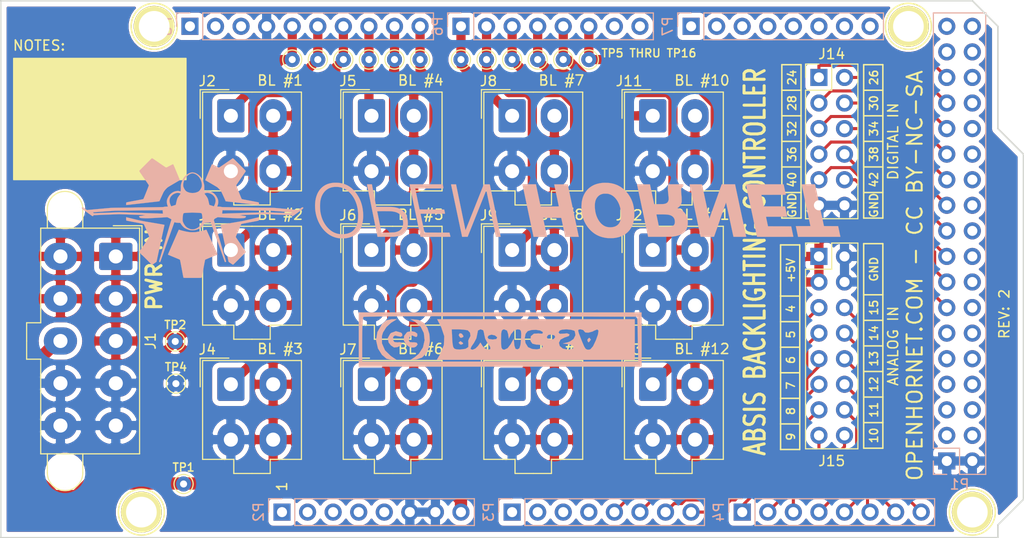
<source format=kicad_pcb>
(kicad_pcb (version 20171130) (host pcbnew "(5.1.4)-1")
  (title_block (date "mar. 31 mars 2015"))
  (layers (0 F.Cu signal hide) (31 B.Cu signal hide) (34 B.Paste user) (35 F.Paste user) (36 B.SilkS user hide) (37 F.SilkS user) (38 B.Mask user) (39 F.Mask user) (44 Edge.Cuts user))
  (net 0 "")
  (net 1 GND)
  (net 2 +5V)
  (net 3 +3V3)
  (net 4 +5VD)
  (net 5 /+12V_SUPPLY)
  (net 6 /+5V_SUPPLY)
  (net 7 "/52(SCK)")
  (net 8 "/53(SS)")
  (net 9 "/50(MISO)")
  (net 10 "/51(MOSI)")
  (net 11 /48)
  (net 12 /49)
  (net 13 /46)
  (net 14 /47)
  (net 15 /44)
  (net 16 /45)
  (net 17 /42)
  (net 18 /43)
  (net 19 /40)
  (net 20 /41)
  (net 21 /38)
  (net 22 /39)
  (net 23 /36)
  (net 24 /37)
  (net 25 /34)
  (net 26 /35)
  (net 27 /32)
  (net 28 /33)
  (net 29 /30)
  (net 30 /31)
  (net 31 /28)
  (net 32 /29)
  (net 33 /26)
  (net 34 /27)
  (net 35 /24)
  (net 36 /25)
  (net 37 /22)
  (net 38 /23)
  (net 39 /Reset)
  (net 40 /IOREF)
  (net 41 "Net-(P2-Pad1)")
  (net 42 /A0)
  (net 43 /A1)
  (net 44 /A2)
  (net 45 /A3)
  (net 46 /A4)
  (net 47 /A5)
  (net 48 /A6)
  (net 49 /A7)
  (net 50 /A8)
  (net 51 /A9)
  (net 52 /A10)
  (net 53 /A11)
  (net 54 /A12)
  (net 55 /A13)
  (net 56 /A14)
  (net 57 /A15)
  (net 58 /SCL)
  (net 59 /SDA)
  (net 60 /AREF)
  (net 61 "/13(**)")
  (net 62 "/12(**)")
  (net 63 "/11(**)")
  (net 64 "/10(**)")
  (net 65 "/9(**)")
  (net 66 "/8(**)")
  (net 67 "/7(**)")
  (net 68 "/6(**)")
  (net 69 "/5(**)")
  (net 70 "/4(**)")
  (net 71 "/3(**)")
  (net 72 "/2(**)")
  (net 73 "/1(Tx0)")
  (net 74 "/0(Rx0)")
  (net 75 "/14(Tx3)")
  (net 76 "/15(Rx3)")
  (net 77 "/16(Tx2)")
  (net 78 "/17(Rx2)")
  (net 79 "/18(Tx1)")
  (net 80 "/19(Rx1)")
  (net 81 "/20(SDA)")
  (net 82 "/21(SCL)")
  (module KiCAD_Libraries:CC-BY-NC-SA-Small (layer B.Cu) (at 152.908 101.981)
    (fp_text reference G*** hide)
    (fp_text value LOGO hide)
  )
  (module Connector_Molex:Molex_Mini-Fit_Jr_5566-10A2_2x05_P4.20mm_Vertical (layer F.Cu) (at 114.808 93.726 270)
    (fp_text reference J1 (at 8.4 -3.45 90) (layer F.SilkS))
    (fp_text value "PWR IN")
    (pad 1 thru_hole roundrect (at 0 0 270) (size 2.7 3.3) (drill 1.4) (layers *.Cu *.Mask) (roundrect_rratio 0.09259299999999999) (net 6 /+5V_SUPPLY))
    (pad 2 thru_hole oval (at 4.2 0 270) (size 2.7 3.3) (drill 1.4) (layers *.Cu *.Mask) (net 6 /+5V_SUPPLY))
    (pad 3 thru_hole oval (at 8.4 0 270) (size 2.7 3.3) (drill 1.4) (layers *.Cu *.Mask) (net 6 /+5V_SUPPLY))
    (pad 4 thru_hole oval (at 12.6 0 270) (size 2.7 3.3) (drill 1.4) (layers *.Cu *.Mask) (net 1 GND))
    (pad 5 thru_hole oval (at 16.8 0 270) (size 2.7 3.3) (drill 1.4) (layers *.Cu *.Mask) (net 1 GND))
    (pad 6 thru_hole oval (at 0 5.5 270) (size 2.7 3.3) (drill 1.4) (layers *.Cu *.Mask) (net 6 /+5V_SUPPLY))
    (pad 7 thru_hole oval (at 4.2 5.5 270) (size 2.7 3.3) (drill 1.4) (layers *.Cu *.Mask) (net 6 /+5V_SUPPLY))
    (pad 8 thru_hole oval (at 8.4 5.5 270) (size 2.7 3.3) (drill 1.4) (layers *.Cu *.Mask) (net 5 /+12V_SUPPLY))
    (pad 9 thru_hole oval (at 12.6 5.5 270) (size 2.7 3.3) (drill 1.4) (layers *.Cu *.Mask) (net 1 GND))
    (pad 10 thru_hole oval (at 16.8 5.5 270) (size 2.7 3.3) (drill 1.4) (layers *.Cu *.Mask) (net 1 GND))
    (pad "" np_thru_hole circle (at -4.7 5.04 270) (size 3 3) (drill 3) (layers *.Cu *.Mask))
    (pad "" np_thru_hole circle (at 21.5 5.04 270) (size 3 3) (drill 3) (layers *.Cu *.Mask))
  )
  (module KiCAD_Libraries:OH_LOGO_75.4mm_11.9mm (layer B.Cu) (at 149.098 89.916)
    (fp_text reference G*** hide)
    (fp_text value LOGO hide)
  )
  (module Socket_Arduino_Mega:Arduino_1pin (layer F.Cu) (at 117.348 119.126)
    (fp_text reference MK1 hide)
    (fp_text value MH hide)
    (pad 1 thru_hole circle (at 0 0) (size 4.064 4.064) (drill 3.048) (layers *.Cu *.Mask F.SilkS))
  )
  (module Socket_Arduino_Mega:Arduino_1pin (layer F.Cu) (at 199.898 119.126)
    (fp_text reference MK3 hide)
    (fp_text value MH hide)
    (pad 1 thru_hole circle (at 0 0) (size 4.064 4.064) (drill 3.048) (layers *.Cu *.Mask F.SilkS))
  )
  (module Socket_Arduino_Mega:Arduino_1pin (layer F.Cu) (at 118.618 70.866)
    (fp_text reference MK4 hide)
    (fp_text value MH hide)
    (pad 1 thru_hole circle (at 0 0) (size 4.064 4.064) (drill 3.048) (layers *.Cu *.Mask F.SilkS))
  )
  (module Socket_Arduino_Mega:Arduino_1pin (layer F.Cu) (at 193.548 70.866)
    (fp_text reference MK6 hide)
    (fp_text value MH hide)
    (pad 1 thru_hole circle (at 0 0) (size 4.064 4.064) (drill 3.048) (layers *.Cu *.Mask F.SilkS))
  )
  (module TestPoint:TestPoint_THTPad_D1.5mm_Drill0.7mm (layer F.Cu) (at 121.539 116.332)
    (fp_text reference TP1 (at 0 -1.648) (layer F.SilkS) (effects (font (size 0.8 0.8))))
    (fp_text value TP-12)
    (pad 1 thru_hole circle (at 0 0) (size 1.5 1.5) (drill 0.7) (layers *.Cu *.Mask) (net 5 /+12V_SUPPLY))
  )
  (module TestPoint:TestPoint_THTPad_D1.5mm_Drill0.7mm (layer F.Cu) (at 120.7135 102.1715)
    (fp_text reference TP2 (at 0 -1.648) (layer F.SilkS) (effects (font (size 0.8 0.8))))
    (fp_text value TP-5V)
    (pad 1 thru_hole circle (at 0 0) (size 1.5 1.5) (drill 0.7) (layers *.Cu *.Mask) (net 6 /+5V_SUPPLY))
  )
  (module TestPoint:TestPoint_THTPad_D1.5mm_Drill0.7mm (layer F.Cu) (at 120.777 106.3625)
    (fp_text reference TP4 (at 0 -1.648) (layer F.SilkS) (effects (font (size 0.8 0.8))))
    (fp_text value TP-GND)
    (pad 1 thru_hole circle (at 0 0) (size 1.5 1.5) (drill 0.7) (layers *.Cu *.Mask) (net 1 GND))
  )
  (module Connector_PinHeader_2.54mm:PinHeader_2x18_P2.54mm_Vertical (layer B.Cu) (at 197.358 114.046)
    (fp_text reference P1 (at 1.27 2.33) (layer B.SilkS) (effects (justify mirror)))
    (fp_text value Digital)
    (pad 1 thru_hole rect (at 0 0) (size 1.7 1.7) (drill 1) (layers *.Cu *.Mask) (net 1 GND))
    (pad 2 thru_hole oval (at 2.54 0) (size 1.7 1.7) (drill 1) (layers *.Cu *.Mask) (net 1 GND))
    (pad 3 thru_hole oval (at 0 -2.54) (size 1.7 1.7) (drill 1) (layers *.Cu *.Mask) (net 7 "/52(SCK)"))
    (pad 4 thru_hole oval (at 2.54 -2.54) (size 1.7 1.7) (drill 1) (layers *.Cu *.Mask) (net 8 "/53(SS)"))
    (pad 5 thru_hole oval (at 0 -5.08) (size 1.7 1.7) (drill 1) (layers *.Cu *.Mask) (net 9 "/50(MISO)"))
    (pad 6 thru_hole oval (at 2.54 -5.08) (size 1.7 1.7) (drill 1) (layers *.Cu *.Mask) (net 10 "/51(MOSI)"))
    (pad 7 thru_hole oval (at 0 -7.62) (size 1.7 1.7) (drill 1) (layers *.Cu *.Mask) (net 11 /48))
    (pad 8 thru_hole oval (at 2.54 -7.62) (size 1.7 1.7) (drill 1) (layers *.Cu *.Mask) (net 12 /49))
    (pad 9 thru_hole oval (at 0 -10.16) (size 1.7 1.7) (drill 1) (layers *.Cu *.Mask) (net 13 /46))
    (pad 10 thru_hole oval (at 2.54 -10.16) (size 1.7 1.7) (drill 1) (layers *.Cu *.Mask) (net 14 /47))
    (pad 11 thru_hole oval (at 0 -12.7) (size 1.7 1.7) (drill 1) (layers *.Cu *.Mask) (net 15 /44))
    (pad 12 thru_hole oval (at 2.54 -12.7) (size 1.7 1.7) (drill 1) (layers *.Cu *.Mask) (net 16 /45))
    (pad 13 thru_hole oval (at 0 -15.24) (size 1.7 1.7) (drill 1) (layers *.Cu *.Mask) (net 17 /42))
    (pad 14 thru_hole oval (at 2.54 -15.24) (size 1.7 1.7) (drill 1) (layers *.Cu *.Mask) (net 18 /43))
    (pad 15 thru_hole oval (at 0 -17.78) (size 1.7 1.7) (drill 1) (layers *.Cu *.Mask) (net 19 /40))
    (pad 16 thru_hole oval (at 2.54 -17.78) (size 1.7 1.7) (drill 1) (layers *.Cu *.Mask) (net 20 /41))
    (pad 17 thru_hole oval (at 0 -20.32) (size 1.7 1.7) (drill 1) (layers *.Cu *.Mask) (net 21 /38))
    (pad 18 thru_hole oval (at 2.54 -20.32) (size 1.7 1.7) (drill 1) (layers *.Cu *.Mask) (net 22 /39))
    (pad 19 thru_hole oval (at 0 -22.86) (size 1.7 1.7) (drill 1) (layers *.Cu *.Mask) (net 23 /36))
    (pad 20 thru_hole oval (at 2.54 -22.86) (size 1.7 1.7) (drill 1) (layers *.Cu *.Mask) (net 24 /37))
    (pad 21 thru_hole oval (at 0 -25.4) (size 1.7 1.7) (drill 1) (layers *.Cu *.Mask) (net 25 /34))
    (pad 22 thru_hole oval (at 2.54 -25.4) (size 1.7 1.7) (drill 1) (layers *.Cu *.Mask) (net 26 /35))
    (pad 23 thru_hole oval (at 0 -27.94) (size 1.7 1.7) (drill 1) (layers *.Cu *.Mask) (net 27 /32))
    (pad 24 thru_hole oval (at 2.54 -27.94) (size 1.7 1.7) (drill 1) (layers *.Cu *.Mask) (net 28 /33))
    (pad 25 thru_hole oval (at 0 -30.48) (size 1.7 1.7) (drill 1) (layers *.Cu *.Mask) (net 29 /30))
    (pad 26 thru_hole oval (at 2.54 -30.48) (size 1.7 1.7) (drill 1) (layers *.Cu *.Mask) (net 30 /31))
    (pad 27 thru_hole oval (at 0 -33.02) (size 1.7 1.7) (drill 1) (layers *.Cu *.Mask) (net 31 /28))
    (pad 28 thru_hole oval (at 2.54 -33.02) (size 1.7 1.7) (drill 1) (layers *.Cu *.Mask) (net 32 /29))
    (pad 29 thru_hole oval (at 0 -35.56) (size 1.7 1.7) (drill 1) (layers *.Cu *.Mask) (net 33 /26))
    (pad 30 thru_hole oval (at 2.54 -35.56) (size 1.7 1.7) (drill 1) (layers *.Cu *.Mask) (net 34 /27))
    (pad 31 thru_hole oval (at 0 -38.1) (size 1.7 1.7) (drill 1) (layers *.Cu *.Mask) (net 35 /24))
    (pad 32 thru_hole oval (at 2.54 -38.1) (size 1.7 1.7) (drill 1) (layers *.Cu *.Mask) (net 36 /25))
    (pad 33 thru_hole oval (at 0 -40.64) (size 1.7 1.7) (drill 1) (layers *.Cu *.Mask) (net 37 /22))
    (pad 34 thru_hole oval (at 2.54 -40.64) (size 1.7 1.7) (drill 1) (layers *.Cu *.Mask) (net 38 /23))
    (pad 35 thru_hole oval (at 0 -43.18) (size 1.7 1.7) (drill 1) (layers *.Cu *.Mask) (net 4 +5VD))
    (pad 36 thru_hole oval (at 2.54 -43.18) (size 1.7 1.7) (drill 1) (layers *.Cu *.Mask) (net 4 +5VD))
  )
  (module Connector_PinHeader_2.54mm:PinHeader_1x08_P2.54mm_Vertical (layer B.Cu) (at 131.318 119.126 270)
    (fp_text reference P2 (at 0 2.33 270) (layer B.SilkS) (effects (justify mirror)))
    (fp_text value Power)
    (pad 1 thru_hole rect (at 0 0 270) (size 1.7 1.7) (drill 1) (layers *.Cu *.Mask) (net 41 "Net-(P2-Pad1)"))
    (pad 2 thru_hole oval (at 0 -2.54 270) (size 1.7 1.7) (drill 1) (layers *.Cu *.Mask) (net 40 /IOREF))
    (pad 3 thru_hole oval (at 0 -5.08 270) (size 1.7 1.7) (drill 1) (layers *.Cu *.Mask) (net 39 /Reset))
    (pad 4 thru_hole oval (at 0 -7.62 270) (size 1.7 1.7) (drill 1) (layers *.Cu *.Mask) (net 3 +3V3))
    (pad 5 thru_hole oval (at 0 -10.16 270) (size 1.7 1.7) (drill 1) (layers *.Cu *.Mask) (net 2 +5V))
    (pad 6 thru_hole oval (at 0 -12.7 270) (size 1.7 1.7) (drill 1) (layers *.Cu *.Mask) (net 1 GND))
    (pad 7 thru_hole oval (at 0 -15.24 270) (size 1.7 1.7) (drill 1) (layers *.Cu *.Mask) (net 1 GND))
    (pad 8 thru_hole oval (at 0 -17.78 270) (size 1.7 1.7) (drill 1) (layers *.Cu *.Mask) (net 5 /+12V_SUPPLY))
  )
  (module Connector_PinHeader_2.54mm:PinHeader_1x08_P2.54mm_Vertical (layer B.Cu) (at 154.178 119.126 270)
    (fp_text reference P3 (at 0 2.33 270) (layer B.SilkS) (effects (justify mirror)))
    (fp_text value Analog)
    (pad 1 thru_hole rect (at 0 0 270) (size 1.7 1.7) (drill 1) (layers *.Cu *.Mask) (net 42 /A0))
    (pad 2 thru_hole oval (at 0 -2.54 270) (size 1.7 1.7) (drill 1) (layers *.Cu *.Mask) (net 43 /A1))
    (pad 3 thru_hole oval (at 0 -5.08 270) (size 1.7 1.7) (drill 1) (layers *.Cu *.Mask) (net 44 /A2))
    (pad 4 thru_hole oval (at 0 -7.62 270) (size 1.7 1.7) (drill 1) (layers *.Cu *.Mask) (net 45 /A3))
    (pad 5 thru_hole oval (at 0 -10.16 270) (size 1.7 1.7) (drill 1) (layers *.Cu *.Mask) (net 46 /A4))
    (pad 6 thru_hole oval (at 0 -12.7 270) (size 1.7 1.7) (drill 1) (layers *.Cu *.Mask) (net 47 /A5))
    (pad 7 thru_hole oval (at 0 -15.24 270) (size 1.7 1.7) (drill 1) (layers *.Cu *.Mask) (net 48 /A6))
    (pad 8 thru_hole oval (at 0 -17.78 270) (size 1.7 1.7) (drill 1) (layers *.Cu *.Mask) (net 49 /A7))
  )
  (module Connector_PinHeader_2.54mm:PinHeader_1x08_P2.54mm_Vertical (layer B.Cu) (at 177.038 119.126 270)
    (fp_text reference P4 (at 0 2.33 270) (layer B.SilkS) (effects (justify mirror)))
    (fp_text value Analog)
    (pad 1 thru_hole rect (at 0 0 270) (size 1.7 1.7) (drill 1) (layers *.Cu *.Mask) (net 50 /A8))
    (pad 2 thru_hole oval (at 0 -2.54 270) (size 1.7 1.7) (drill 1) (layers *.Cu *.Mask) (net 51 /A9))
    (pad 3 thru_hole oval (at 0 -5.08 270) (size 1.7 1.7) (drill 1) (layers *.Cu *.Mask) (net 52 /A10))
    (pad 4 thru_hole oval (at 0 -7.62 270) (size 1.7 1.7) (drill 1) (layers *.Cu *.Mask) (net 53 /A11))
    (pad 5 thru_hole oval (at 0 -10.16 270) (size 1.7 1.7) (drill 1) (layers *.Cu *.Mask) (net 54 /A12))
    (pad 6 thru_hole oval (at 0 -12.7 270) (size 1.7 1.7) (drill 1) (layers *.Cu *.Mask) (net 55 /A13))
    (pad 7 thru_hole oval (at 0 -15.24 270) (size 1.7 1.7) (drill 1) (layers *.Cu *.Mask) (net 56 /A14))
    (pad 8 thru_hole oval (at 0 -17.78 270) (size 1.7 1.7) (drill 1) (layers *.Cu *.Mask) (net 57 /A15))
  )
  (module Connector_PinHeader_2.54mm:PinHeader_1x10_P2.54mm_Vertical (layer B.Cu) (at 122.174 70.866 270)
    (fp_text reference P5 (at 0 2.33 270) (layer B.SilkS) (effects (justify mirror)))
    (fp_text value PWM)
    (pad 1 thru_hole rect (at 0 0 270) (size 1.7 1.7) (drill 1) (layers *.Cu *.Mask) (net 58 /SCL))
    (pad 2 thru_hole oval (at 0 -2.54 270) (size 1.7 1.7) (drill 1) (layers *.Cu *.Mask) (net 59 /SDA))
    (pad 3 thru_hole oval (at 0 -5.08 270) (size 1.7 1.7) (drill 1) (layers *.Cu *.Mask) (net 60 /AREF))
    (pad 4 thru_hole oval (at 0 -7.62 270) (size 1.7 1.7) (drill 1) (layers *.Cu *.Mask) (net 1 GND))
    (pad 5 thru_hole oval (at 0 -10.16 270) (size 1.7 1.7) (drill 1) (layers *.Cu *.Mask) (net 61 "/13(**)"))
    (pad 6 thru_hole oval (at 0 -12.7 270) (size 1.7 1.7) (drill 1) (layers *.Cu *.Mask) (net 62 "/12(**)"))
    (pad 7 thru_hole oval (at 0 -15.24 270) (size 1.7 1.7) (drill 1) (layers *.Cu *.Mask) (net 63 "/11(**)"))
    (pad 8 thru_hole oval (at 0 -17.78 270) (size 1.7 1.7) (drill 1) (layers *.Cu *.Mask) (net 64 "/10(**)"))
    (pad 9 thru_hole oval (at 0 -20.32 270) (size 1.7 1.7) (drill 1) (layers *.Cu *.Mask) (net 65 "/9(**)"))
    (pad 10 thru_hole oval (at 0 -22.86 270) (size 1.7 1.7) (drill 1) (layers *.Cu *.Mask) (net 66 "/8(**)"))
  )
  (module Connector_PinHeader_2.54mm:PinHeader_1x08_P2.54mm_Vertical (layer B.Cu) (at 149.098 70.866 270)
    (fp_text reference P6 (at 0 2.33 270) (layer B.SilkS) (effects (justify mirror)))
    (fp_text value PWM)
    (pad 8 thru_hole oval (at 0 -17.78 270) (size 1.7 1.7) (drill 1) (layers *.Cu *.Mask) (net 74 "/0(Rx0)"))
    (pad 7 thru_hole oval (at 0 -15.24 270) (size 1.7 1.7) (drill 1) (layers *.Cu *.Mask) (net 73 "/1(Tx0)"))
    (pad 6 thru_hole oval (at 0 -12.7 270) (size 1.7 1.7) (drill 1) (layers *.Cu *.Mask) (net 72 "/2(**)"))
    (pad 5 thru_hole oval (at 0 -10.16 270) (size 1.7 1.7) (drill 1) (layers *.Cu *.Mask) (net 71 "/3(**)"))
    (pad 4 thru_hole oval (at 0 -7.62 270) (size 1.7 1.7) (drill 1) (layers *.Cu *.Mask) (net 70 "/4(**)"))
    (pad 3 thru_hole oval (at 0 -5.08 270) (size 1.7 1.7) (drill 1) (layers *.Cu *.Mask) (net 69 "/5(**)"))
    (pad 2 thru_hole oval (at 0 -2.54 270) (size 1.7 1.7) (drill 1) (layers *.Cu *.Mask) (net 68 "/6(**)"))
    (pad 1 thru_hole rect (at 0 0 270) (size 1.7 1.7) (drill 1) (layers *.Cu *.Mask) (net 67 "/7(**)"))
  )
  (module Connector_PinHeader_2.54mm:PinHeader_1x08_P2.54mm_Vertical (layer B.Cu) (at 171.958 70.866 270)
    (fp_text reference P7 (at 0 2.33 270) (layer B.SilkS) (effects (justify mirror)))
    (fp_text value Communication)
    (pad 8 thru_hole oval (at 0 -17.78 270) (size 1.7 1.7) (drill 1) (layers *.Cu *.Mask) (net 82 "/21(SCL)"))
    (pad 7 thru_hole oval (at 0 -15.24 270) (size 1.7 1.7) (drill 1) (layers *.Cu *.Mask) (net 81 "/20(SDA)"))
    (pad 6 thru_hole oval (at 0 -12.7 270) (size 1.7 1.7) (drill 1) (layers *.Cu *.Mask) (net 80 "/19(Rx1)"))
    (pad 5 thru_hole oval (at 0 -10.16 270) (size 1.7 1.7) (drill 1) (layers *.Cu *.Mask) (net 79 "/18(Tx1)"))
    (pad 4 thru_hole oval (at 0 -7.62 270) (size 1.7 1.7) (drill 1) (layers *.Cu *.Mask) (net 78 "/17(Rx2)"))
    (pad 3 thru_hole oval (at 0 -5.08 270) (size 1.7 1.7) (drill 1) (layers *.Cu *.Mask) (net 77 "/16(Tx2)"))
    (pad 2 thru_hole oval (at 0 -2.54 270) (size 1.7 1.7) (drill 1) (layers *.Cu *.Mask) (net 76 "/15(Rx3)"))
    (pad 1 thru_hole rect (at 0 0 270) (size 1.7 1.7) (drill 1) (layers *.Cu *.Mask) (net 75 "/14(Tx3)"))
  )
  (module TestPoint:TestPoint_THTPad_D1.5mm_Drill0.7mm (layer F.Cu) (at 132.334 74.168)
    (fp_text reference TP5)
    (fp_text value TP-BL1)
    (pad 1 thru_hole circle (at 0 0) (size 1.5 1.5) (drill 0.7) (layers *.Cu *.Mask) (net 61 "/13(**)"))
  )
  (module TestPoint:TestPoint_THTPad_D1.5mm_Drill0.7mm (layer F.Cu) (at 134.874 74.168)
    (fp_text reference TP6)
    (fp_text value TP-BL2)
    (pad 1 thru_hole circle (at 0 0) (size 1.5 1.5) (drill 0.7) (layers *.Cu *.Mask) (net 62 "/12(**)"))
  )
  (module TestPoint:TestPoint_THTPad_D1.5mm_Drill0.7mm (layer F.Cu) (at 137.414 74.168)
    (fp_text reference TP7)
    (fp_text value TP-BL3)
    (pad 1 thru_hole circle (at 0 0) (size 1.5 1.5) (drill 0.7) (layers *.Cu *.Mask) (net 63 "/11(**)"))
  )
  (module TestPoint:TestPoint_THTPad_D1.5mm_Drill0.7mm (layer F.Cu) (at 139.954 74.168)
    (fp_text reference TP8)
    (fp_text value TP-BL4)
    (pad 1 thru_hole circle (at 0 0) (size 1.5 1.5) (drill 0.7) (layers *.Cu *.Mask) (net 64 "/10(**)"))
  )
  (module TestPoint:TestPoint_THTPad_D1.5mm_Drill0.7mm (layer F.Cu) (at 142.494 74.168)
    (fp_text reference TP9)
    (fp_text value TP-BL5)
    (pad 1 thru_hole circle (at 0 0) (size 1.5 1.5) (drill 0.7) (layers *.Cu *.Mask) (net 65 "/9(**)"))
  )
  (module TestPoint:TestPoint_THTPad_D1.5mm_Drill0.7mm (layer F.Cu) (at 145.034 74.168)
    (fp_text reference TP10)
    (fp_text value TP-BL6)
    (pad 1 thru_hole circle (at 0 0) (size 1.5 1.5) (drill 0.7) (layers *.Cu *.Mask) (net 66 "/8(**)"))
  )
  (module TestPoint:TestPoint_THTPad_D1.5mm_Drill0.7mm (layer F.Cu) (at 149.098 74.168)
    (fp_text reference TP11)
    (fp_text value TP-BL7)
    (pad 1 thru_hole circle (at 0 0) (size 1.5 1.5) (drill 0.7) (layers *.Cu *.Mask) (net 67 "/7(**)"))
  )
  (module TestPoint:TestPoint_THTPad_D1.5mm_Drill0.7mm (layer F.Cu) (at 151.638 74.168)
    (fp_text reference TP12)
    (fp_text value TP-BL8)
    (pad 1 thru_hole circle (at 0 0) (size 1.5 1.5) (drill 0.7) (layers *.Cu *.Mask) (net 68 "/6(**)"))
  )
  (module TestPoint:TestPoint_THTPad_D1.5mm_Drill0.7mm (layer F.Cu) (at 154.178 74.168)
    (fp_text reference TP13)
    (fp_text value TP-BL9)
    (pad 1 thru_hole circle (at 0 0) (size 1.5 1.5) (drill 0.7) (layers *.Cu *.Mask) (net 69 "/5(**)"))
  )
  (module TestPoint:TestPoint_THTPad_D1.5mm_Drill0.7mm (layer F.Cu) (at 156.718 74.168)
    (fp_text reference TP14)
    (fp_text value TP-BL10)
    (pad 1 thru_hole circle (at 0 0) (size 1.5 1.5) (drill 0.7) (layers *.Cu *.Mask) (net 70 "/4(**)"))
  )
  (module TestPoint:TestPoint_THTPad_D1.5mm_Drill0.7mm (layer F.Cu) (at 159.258 74.168)
    (fp_text reference TP15)
    (fp_text value TP-BL11)
    (pad 1 thru_hole circle (at 0 0) (size 1.5 1.5) (drill 0.7) (layers *.Cu *.Mask) (net 71 "/3(**)"))
  )
  (module TestPoint:TestPoint_THTPad_D1.5mm_Drill0.7mm (layer F.Cu) (at 161.798 74.168)
    (fp_text reference TP16)
    (fp_text value TP-BL12)
    (pad 1 thru_hole circle (at 0 0) (size 1.5 1.5) (drill 0.7) (layers *.Cu *.Mask) (net 72 "/2(**)"))
  )
  (module Connector_PinHeader_2.54mm:PinHeader_2x06_P2.54mm_Vertical (layer F.Cu) (at 184.658 75.946)
    (fp_text reference J14 (at 1.27 -2.33) (layer F.SilkS))
    (fp_text value "DIGITAL IN" (at 7.366 6.35 270) (layer F.SilkS))
    (pad 1 thru_hole rect (at 0 0) (size 1.7 1.7) (drill 1) (layers *.Cu *.Mask) (net 35 /24))
    (pad 2 thru_hole oval (at 2.54 0) (size 1.7 1.7) (drill 1) (layers *.Cu *.Mask) (net 33 /26))
    (pad 3 thru_hole oval (at 0 2.54) (size 1.7 1.7) (drill 1) (layers *.Cu *.Mask) (net 31 /28))
    (pad 4 thru_hole oval (at 2.54 2.54) (size 1.7 1.7) (drill 1) (layers *.Cu *.Mask) (net 29 /30))
    (pad 5 thru_hole oval (at 0 5.08) (size 1.7 1.7) (drill 1) (layers *.Cu *.Mask) (net 27 /32))
    (pad 6 thru_hole oval (at 2.54 5.08) (size 1.7 1.7) (drill 1) (layers *.Cu *.Mask) (net 25 /34))
    (pad 7 thru_hole oval (at 0 7.62) (size 1.7 1.7) (drill 1) (layers *.Cu *.Mask) (net 23 /36))
    (pad 8 thru_hole oval (at 2.54 7.62) (size 1.7 1.7) (drill 1) (layers *.Cu *.Mask) (net 21 /38))
    (pad 9 thru_hole oval (at 0 10.16) (size 1.7 1.7) (drill 1) (layers *.Cu *.Mask) (net 19 /40))
    (pad 10 thru_hole oval (at 2.54 10.16) (size 1.7 1.7) (drill 1) (layers *.Cu *.Mask) (net 17 /42))
    (pad 11 thru_hole oval (at 0 12.7) (size 1.7 1.7) (drill 1) (layers *.Cu *.Mask) (net 1 GND))
    (pad 12 thru_hole oval (at 2.54 12.7) (size 1.7 1.7) (drill 1) (layers *.Cu *.Mask) (net 1 GND))
  )
  (module Connector_PinHeader_2.54mm:PinHeader_2x08_P2.54mm_Vertical (layer F.Cu) (at 184.658 93.726)
    (fp_text reference J15 (at 1.27 20.32) (layer F.SilkS))
    (fp_text value "ANALOG IN" (at 7.366 8.89 90) (layer F.SilkS))
    (pad 1 thru_hole rect (at 0 0) (size 1.7 1.7) (drill 1) (layers *.Cu *.Mask) (net 6 /+5V_SUPPLY))
    (pad 2 thru_hole oval (at 2.54 0) (size 1.7 1.7) (drill 1) (layers *.Cu *.Mask) (net 1 GND))
    (pad 3 thru_hole oval (at 0 2.54) (size 1.7 1.7) (drill 1) (layers *.Cu *.Mask) (net 6 /+5V_SUPPLY))
    (pad 4 thru_hole oval (at 2.54 2.54) (size 1.7 1.7) (drill 1) (layers *.Cu *.Mask) (net 1 GND))
    (pad 5 thru_hole oval (at 0 5.08) (size 1.7 1.7) (drill 1) (layers *.Cu *.Mask) (net 46 /A4))
    (pad 6 thru_hole oval (at 2.54 5.08) (size 1.7 1.7) (drill 1) (layers *.Cu *.Mask) (net 57 /A15))
    (pad 7 thru_hole oval (at 0 7.62) (size 1.7 1.7) (drill 1) (layers *.Cu *.Mask) (net 47 /A5))
    (pad 8 thru_hole oval (at 2.54 7.62) (size 1.7 1.7) (drill 1) (layers *.Cu *.Mask) (net 56 /A14))
    (pad 9 thru_hole oval (at 0 10.16) (size 1.7 1.7) (drill 1) (layers *.Cu *.Mask) (net 48 /A6))
    (pad 10 thru_hole oval (at 2.54 10.16) (size 1.7 1.7) (drill 1) (layers *.Cu *.Mask) (net 55 /A13))
    (pad 11 thru_hole oval (at 0 12.7) (size 1.7 1.7) (drill 1) (layers *.Cu *.Mask) (net 49 /A7))
    (pad 12 thru_hole oval (at 2.54 12.7) (size 1.7 1.7) (drill 1) (layers *.Cu *.Mask) (net 54 /A12))
    (pad 13 thru_hole oval (at 0 15.24) (size 1.7 1.7) (drill 1) (layers *.Cu *.Mask) (net 50 /A8))
    (pad 14 thru_hole oval (at 2.54 15.24) (size 1.7 1.7) (drill 1) (layers *.Cu *.Mask) (net 53 /A11))
    (pad 15 thru_hole oval (at 0 17.78) (size 1.7 1.7) (drill 1) (layers *.Cu *.Mask) (net 51 /A9))
    (pad 16 thru_hole oval (at 2.54 17.78) (size 1.7 1.7) (drill 1) (layers *.Cu *.Mask) (net 52 /A10))
  )
  (module Connector_Molex:Molex_Mini-Fit_Jr_5566-04A_2x02_P4.20mm_Vertical (layer F.Cu) (at 126.238 79.756)
    (fp_text reference J2 (at -2.345 -3.45) (layer F.SilkS))
    (fp_text value "BL #1" (at 4.894 -3.512) (layer F.SilkS))
    (pad 4 thru_hole oval (at 4.2 5.5) (size 2.7 3.3) (drill 1.4) (layers *.Cu *.Mask) (net 6 /+5V_SUPPLY))
    (pad 3 thru_hole oval (at 0 5.5) (size 2.7 3.3) (drill 1.4) (layers *.Cu *.Mask) (net 1 GND))
    (pad 2 thru_hole oval (at 4.2 0) (size 2.7 3.3) (drill 1.4) (layers *.Cu *.Mask) (net 6 /+5V_SUPPLY))
    (pad 1 thru_hole roundrect (at 0 0) (size 2.7 3.3) (drill 1.4) (layers *.Cu *.Mask) (roundrect_rratio 0.09259299999999999) (net 61 "/13(**)"))
  )
  (module Connector_Molex:Molex_Mini-Fit_Jr_5566-04A_2x02_P4.20mm_Vertical (layer F.Cu) (at 126.238 93.091)
    (fp_text reference J3 (at -2.345 -3.45) (layer F.SilkS))
    (fp_text value "BL #2" (at 4.894 -3.512) (layer F.SilkS))
    (pad 1 thru_hole roundrect (at 0 0) (size 2.7 3.3) (drill 1.4) (layers *.Cu *.Mask) (roundrect_rratio 0.09259299999999999) (net 62 "/12(**)"))
    (pad 2 thru_hole oval (at 4.2 0) (size 2.7 3.3) (drill 1.4) (layers *.Cu *.Mask) (net 6 /+5V_SUPPLY))
    (pad 3 thru_hole oval (at 0 5.5) (size 2.7 3.3) (drill 1.4) (layers *.Cu *.Mask) (net 1 GND))
    (pad 4 thru_hole oval (at 4.2 5.5) (size 2.7 3.3) (drill 1.4) (layers *.Cu *.Mask) (net 6 /+5V_SUPPLY))
  )
  (module Connector_Molex:Molex_Mini-Fit_Jr_5566-04A_2x02_P4.20mm_Vertical (layer F.Cu) (at 126.238 106.426)
    (fp_text reference J4 (at -2.345 -3.45) (layer F.SilkS))
    (fp_text value "BL #3" (at 4.894 -3.512) (layer F.SilkS))
    (pad 4 thru_hole oval (at 4.2 5.5) (size 2.7 3.3) (drill 1.4) (layers *.Cu *.Mask) (net 6 /+5V_SUPPLY))
    (pad 3 thru_hole oval (at 0 5.5) (size 2.7 3.3) (drill 1.4) (layers *.Cu *.Mask) (net 1 GND))
    (pad 2 thru_hole oval (at 4.2 0) (size 2.7 3.3) (drill 1.4) (layers *.Cu *.Mask) (net 6 /+5V_SUPPLY))
    (pad 1 thru_hole roundrect (at 0 0) (size 2.7 3.3) (drill 1.4) (layers *.Cu *.Mask) (roundrect_rratio 0.09259299999999999) (net 63 "/11(**)"))
  )
  (module Connector_Molex:Molex_Mini-Fit_Jr_5566-04A_2x02_P4.20mm_Vertical (layer F.Cu) (at 140.208 79.756)
    (fp_text reference J5 (at -2.345 -3.45) (layer F.SilkS))
    (fp_text value "BL #4" (at 4.894 -3.512) (layer F.SilkS))
    (pad 1 thru_hole roundrect (at 0 0) (size 2.7 3.3) (drill 1.4) (layers *.Cu *.Mask) (roundrect_rratio 0.09259299999999999) (net 64 "/10(**)"))
    (pad 2 thru_hole oval (at 4.2 0) (size 2.7 3.3) (drill 1.4) (layers *.Cu *.Mask) (net 6 /+5V_SUPPLY))
    (pad 3 thru_hole oval (at 0 5.5) (size 2.7 3.3) (drill 1.4) (layers *.Cu *.Mask) (net 1 GND))
    (pad 4 thru_hole oval (at 4.2 5.5) (size 2.7 3.3) (drill 1.4) (layers *.Cu *.Mask) (net 6 /+5V_SUPPLY))
  )
  (module Connector_Molex:Molex_Mini-Fit_Jr_5566-04A_2x02_P4.20mm_Vertical (layer F.Cu) (at 140.208 93.091)
    (fp_text reference J6 (at -2.345 -3.45) (layer F.SilkS))
    (fp_text value "BL #5" (at 4.894 -3.512) (layer F.SilkS))
    (pad 4 thru_hole oval (at 4.2 5.5) (size 2.7 3.3) (drill 1.4) (layers *.Cu *.Mask) (net 6 /+5V_SUPPLY))
    (pad 3 thru_hole oval (at 0 5.5) (size 2.7 3.3) (drill 1.4) (layers *.Cu *.Mask) (net 1 GND))
    (pad 2 thru_hole oval (at 4.2 0) (size 2.7 3.3) (drill 1.4) (layers *.Cu *.Mask) (net 6 /+5V_SUPPLY))
    (pad 1 thru_hole roundrect (at 0 0) (size 2.7 3.3) (drill 1.4) (layers *.Cu *.Mask) (roundrect_rratio 0.09259299999999999) (net 65 "/9(**)"))
  )
  (module Connector_Molex:Molex_Mini-Fit_Jr_5566-04A_2x02_P4.20mm_Vertical (layer F.Cu) (at 140.208 106.426)
    (fp_text reference J7 (at -2.345 -3.45) (layer F.SilkS))
    (fp_text value "BL #6" (at 4.894 -3.512) (layer F.SilkS))
    (pad 1 thru_hole roundrect (at 0 0) (size 2.7 3.3) (drill 1.4) (layers *.Cu *.Mask) (roundrect_rratio 0.09259299999999999) (net 66 "/8(**)"))
    (pad 2 thru_hole oval (at 4.2 0) (size 2.7 3.3) (drill 1.4) (layers *.Cu *.Mask) (net 6 /+5V_SUPPLY))
    (pad 3 thru_hole oval (at 0 5.5) (size 2.7 3.3) (drill 1.4) (layers *.Cu *.Mask) (net 1 GND))
    (pad 4 thru_hole oval (at 4.2 5.5) (size 2.7 3.3) (drill 1.4) (layers *.Cu *.Mask) (net 6 /+5V_SUPPLY))
  )
  (module Connector_Molex:Molex_Mini-Fit_Jr_5566-04A_2x02_P4.20mm_Vertical (layer F.Cu) (at 154.178 79.756)
    (fp_text reference J8 (at -2.345 -3.45) (layer F.SilkS))
    (fp_text value "BL #7" (at 4.894 -3.512) (layer F.SilkS))
    (pad 4 thru_hole oval (at 4.2 5.5) (size 2.7 3.3) (drill 1.4) (layers *.Cu *.Mask) (net 6 /+5V_SUPPLY))
    (pad 3 thru_hole oval (at 0 5.5) (size 2.7 3.3) (drill 1.4) (layers *.Cu *.Mask) (net 1 GND))
    (pad 2 thru_hole oval (at 4.2 0) (size 2.7 3.3) (drill 1.4) (layers *.Cu *.Mask) (net 6 /+5V_SUPPLY))
    (pad 1 thru_hole roundrect (at 0 0) (size 2.7 3.3) (drill 1.4) (layers *.Cu *.Mask) (roundrect_rratio 0.09259299999999999) (net 67 "/7(**)"))
  )
  (module Connector_Molex:Molex_Mini-Fit_Jr_5566-04A_2x02_P4.20mm_Vertical (layer F.Cu) (at 154.178 93.091)
    (fp_text reference J9 (at -2.345 -3.45) (layer F.SilkS))
    (fp_text value "BL #8" (at 4.894 -3.512) (layer F.SilkS))
    (pad 1 thru_hole roundrect (at 0 0) (size 2.7 3.3) (drill 1.4) (layers *.Cu *.Mask) (roundrect_rratio 0.09259299999999999) (net 68 "/6(**)"))
    (pad 2 thru_hole oval (at 4.2 0) (size 2.7 3.3) (drill 1.4) (layers *.Cu *.Mask) (net 6 /+5V_SUPPLY))
    (pad 3 thru_hole oval (at 0 5.5) (size 2.7 3.3) (drill 1.4) (layers *.Cu *.Mask) (net 1 GND))
    (pad 4 thru_hole oval (at 4.2 5.5) (size 2.7 3.3) (drill 1.4) (layers *.Cu *.Mask) (net 6 /+5V_SUPPLY))
  )
  (module Connector_Molex:Molex_Mini-Fit_Jr_5566-04A_2x02_P4.20mm_Vertical (layer F.Cu) (at 154.178 106.426)
    (fp_text reference J10 (at -2.345 -3.45) (layer F.SilkS))
    (fp_text value "BL #9" (at 4.894 -3.512) (layer F.SilkS))
    (pad 4 thru_hole oval (at 4.2 5.5) (size 2.7 3.3) (drill 1.4) (layers *.Cu *.Mask) (net 6 /+5V_SUPPLY))
    (pad 3 thru_hole oval (at 0 5.5) (size 2.7 3.3) (drill 1.4) (layers *.Cu *.Mask) (net 1 GND))
    (pad 2 thru_hole oval (at 4.2 0) (size 2.7 3.3) (drill 1.4) (layers *.Cu *.Mask) (net 6 /+5V_SUPPLY))
    (pad 1 thru_hole roundrect (at 0 0) (size 2.7 3.3) (drill 1.4) (layers *.Cu *.Mask) (roundrect_rratio 0.09259299999999999) (net 69 "/5(**)"))
  )
  (module Connector_Molex:Molex_Mini-Fit_Jr_5566-04A_2x02_P4.20mm_Vertical (layer F.Cu) (at 168.148 79.756)
    (fp_text reference J11 (at -2.345 -3.45) (layer F.SilkS))
    (fp_text value "BL #10" (at 4.894 -3.512) (layer F.SilkS))
    (pad 1 thru_hole roundrect (at 0 0) (size 2.7 3.3) (drill 1.4) (layers *.Cu *.Mask) (roundrect_rratio 0.09259299999999999) (net 70 "/4(**)"))
    (pad 2 thru_hole oval (at 4.2 0) (size 2.7 3.3) (drill 1.4) (layers *.Cu *.Mask) (net 6 /+5V_SUPPLY))
    (pad 3 thru_hole oval (at 0 5.5) (size 2.7 3.3) (drill 1.4) (layers *.Cu *.Mask) (net 1 GND))
    (pad 4 thru_hole oval (at 4.2 5.5) (size 2.7 3.3) (drill 1.4) (layers *.Cu *.Mask) (net 6 /+5V_SUPPLY))
  )
  (module Connector_Molex:Molex_Mini-Fit_Jr_5566-04A_2x02_P4.20mm_Vertical (layer F.Cu) (at 168.148 93.091)
    (fp_text reference J12 (at -2.345 -3.45) (layer F.SilkS))
    (fp_text value "BL #11" (at 4.894 -3.512) (layer F.SilkS))
    (pad 4 thru_hole oval (at 4.2 5.5) (size 2.7 3.3) (drill 1.4) (layers *.Cu *.Mask) (net 6 /+5V_SUPPLY))
    (pad 3 thru_hole oval (at 0 5.5) (size 2.7 3.3) (drill 1.4) (layers *.Cu *.Mask) (net 1 GND))
    (pad 2 thru_hole oval (at 4.2 0) (size 2.7 3.3) (drill 1.4) (layers *.Cu *.Mask) (net 6 /+5V_SUPPLY))
    (pad 1 thru_hole roundrect (at 0 0) (size 2.7 3.3) (drill 1.4) (layers *.Cu *.Mask) (roundrect_rratio 0.09259299999999999) (net 71 "/3(**)"))
  )
  (module Connector_Molex:Molex_Mini-Fit_Jr_5566-04A_2x02_P4.20mm_Vertical (layer F.Cu) (at 168.148 106.426)
    (fp_text reference J13 (at -2.345 -3.45) (layer F.SilkS))
    (fp_text value "BL #12" (at 4.894 -3.512) (layer F.SilkS))
    (pad 1 thru_hole roundrect (at 0 0) (size 2.7 3.3) (drill 1.4) (layers *.Cu *.Mask) (roundrect_rratio 0.09259299999999999) (net 72 "/2(**)"))
    (pad 2 thru_hole oval (at 4.2 0) (size 2.7 3.3) (drill 1.4) (layers *.Cu *.Mask) (net 6 /+5V_SUPPLY))
    (pad 3 thru_hole oval (at 0 5.5) (size 2.7 3.3) (drill 1.4) (layers *.Cu *.Mask) (net 1 GND))
    (pad 4 thru_hole oval (at 4.2 5.5) (size 2.7 3.3) (drill 1.4) (layers *.Cu *.Mask) (net 6 /+5V_SUPPLY))
  )
  (gr_text "TP5 THRU TP16" (at 167.767 73.533) (layer F.SilkS) (effects (font (size 0.8 0.8))))
  (gr_text NOTES: (at 107.188 72.771) (layer F.SilkS) (effects (font (size 1 1))))
  (gr_poly (pts (xy 104.648 74.041) (xy 121.793 74.041) (xy 121.793 86.106) (xy 104.648 86.106)) (layer F.SilkS) (width 0.1))
  (gr_text GND (at 181.991 88.646 90) (layer F.SilkS) (effects (font (size 0.8 0.8))))
  (gr_text 36 (at 181.991 83.566 90) (layer F.SilkS) (effects (font (size 0.8 0.8))))
  (gr_text 24 (at 181.991 75.946 90) (layer F.SilkS) (effects (font (size 0.8 0.8))))
  (gr_text 28 (at 181.991 78.486 90) (layer F.SilkS) (effects (font (size 0.8 0.8))))
  (gr_text 32 (at 181.991 81.026 90) (layer F.SilkS) (effects (font (size 0.8 0.8))))
  (gr_text 40 (at 181.991 86.106 90) (layer F.SilkS) (effects (font (size 0.8 0.8))))
  (gr_line (start 180.975 89.916) (end 180.975 74.676) (layer F.SilkS) (width 0.15))
  (gr_line (start 180.975 77.216) (end 182.88 77.216) (layer F.SilkS) (width 0.15))
  (gr_line (start 180.975 87.376) (end 182.88 87.376) (layer F.SilkS) (width 0.15))
  (gr_line (start 182.88 74.676) (end 182.88 89.916) (layer F.SilkS) (width 0.15))
  (gr_line (start 182.88 89.916) (end 180.975 89.916) (layer F.SilkS) (width 0.15))
  (gr_line (start 180.975 74.676) (end 182.88 74.676) (layer F.SilkS) (width 0.15))
  (gr_line (start 180.975 84.836) (end 182.88 84.836) (layer F.SilkS) (width 0.15))
  (gr_line (start 180.975 79.756) (end 182.88 79.756) (layer F.SilkS) (width 0.15))
  (gr_line (start 180.975 82.296) (end 182.88 82.296) (layer F.SilkS) (width 0.15))
  (gr_line (start 189.103 87.376) (end 191.008 87.376) (layer F.SilkS) (width 0.15))
  (gr_line (start 189.103 84.836) (end 191.008 84.836) (layer F.SilkS) (width 0.15))
  (gr_line (start 189.103 82.296) (end 191.008 82.296) (layer F.SilkS) (width 0.15))
  (gr_line (start 189.103 79.756) (end 191.008 79.756) (layer F.SilkS) (width 0.15))
  (gr_line (start 189.103 77.216) (end 191.008 77.216) (layer F.SilkS) (width 0.15))
  (gr_line (start 189.103 89.916) (end 189.103 74.676) (layer F.SilkS) (width 0.15))
  (gr_line (start 191.008 89.916) (end 189.103 89.916) (layer F.SilkS) (width 0.15))
  (gr_line (start 191.008 74.676) (end 191.008 89.916) (layer F.SilkS) (width 0.15))
  (gr_line (start 189.103 74.676) (end 191.008 74.676) (layer F.SilkS) (width 0.15))
  (gr_text 26 (at 190.119 75.946 90) (layer F.SilkS) (effects (font (size 0.8 0.8))))
  (gr_text 30 (at 190.119 78.486 90) (layer F.SilkS) (effects (font (size 0.8 0.8))))
  (gr_text 34 (at 190.119 81.026 90) (layer F.SilkS) (effects (font (size 0.8 0.8))))
  (gr_text 38 (at 190.119 83.566 90) (layer F.SilkS) (effects (font (size 0.8 0.8))))
  (gr_text 42 (at 190.119 86.106 90) (layer F.SilkS) (effects (font (size 0.8 0.8))))
  (gr_text GND (at 190.119 88.646 90) (layer F.SilkS) (effects (font (size 0.8 0.8))))
  (gr_text 6 (at 181.864 104.013 90) (layer F.SilkS) (effects (font (size 0.8 0.8))))
  (gr_text +5V (at 181.864 95.123 90) (layer F.SilkS) (effects (font (size 0.8 0.8))))
  (gr_text 5 (at 181.864 101.473 90) (layer F.SilkS) (effects (font (size 0.8 0.8))))
  (gr_text 7 (at 181.864 106.553 90) (layer F.SilkS) (effects (font (size 0.8 0.8))))
  (gr_text 4 (at 181.864 98.933 90) (layer F.SilkS) (effects (font (size 0.8 0.8))))
  (gr_text 8 (at 181.864 109.093 90) (layer F.SilkS) (effects (font (size 0.8 0.8))))
  (gr_text 9 (at 181.864 111.633 90) (layer F.SilkS) (effects (font (size 0.8 0.8))))
  (gr_line (start 180.848 97.663) (end 180.848 112.903) (layer F.SilkS) (width 0.15))
  (gr_line (start 182.753 97.663) (end 182.753 100.203) (layer F.SilkS) (width 0.15))
  (gr_line (start 182.753 107.823) (end 182.753 110.363) (layer F.SilkS) (width 0.15))
  (gr_line (start 182.753 105.283) (end 180.848 105.283) (layer F.SilkS) (width 0.15))
  (gr_line (start 180.848 92.583) (end 180.848 97.663) (layer F.SilkS) (width 0.15))
  (gr_line (start 182.753 112.903) (end 180.848 112.903) (layer F.SilkS) (width 0.15))
  (gr_line (start 182.753 107.823) (end 180.848 107.823) (layer F.SilkS) (width 0.15))
  (gr_line (start 182.753 97.663) (end 182.753 92.583) (layer F.SilkS) (width 0.15))
  (gr_line (start 182.753 105.283) (end 182.753 107.823) (layer F.SilkS) (width 0.15))
  (gr_line (start 182.753 100.203) (end 182.753 102.743) (layer F.SilkS) (width 0.15))
  (gr_line (start 182.753 110.363) (end 180.848 110.363) (layer F.SilkS) (width 0.15))
  (gr_line (start 182.753 102.743) (end 182.753 105.283) (layer F.SilkS) (width 0.15))
  (gr_line (start 182.753 100.203) (end 180.848 100.203) (layer F.SilkS) (width 0.15))
  (gr_line (start 180.848 97.663) (end 182.753 97.663) (layer F.SilkS) (width 0.15))
  (gr_line (start 182.753 102.743) (end 180.848 102.743) (layer F.SilkS) (width 0.15))
  (gr_line (start 182.753 92.583) (end 180.848 92.583) (layer F.SilkS) (width 0.15))
  (gr_line (start 182.753 110.363) (end 182.753 112.903) (layer F.SilkS) (width 0.15))
  (gr_line (start 182.626 110.363) (end 182.753 110.363) (layer F.SilkS) (width 0.15))
  (gr_text 10 (at 190.119 111.506 90) (layer F.SilkS) (effects (font (size 0.8 0.8))))
  (gr_text 11 (at 190.119 108.966 90) (layer F.SilkS) (effects (font (size 0.8 0.8))))
  (gr_text 12 (at 190.119 106.426 90) (layer F.SilkS) (effects (font (size 0.8 0.8))))
  (gr_text 13 (at 190.119 103.886 90) (layer F.SilkS) (effects (font (size 0.8 0.8))))
  (gr_text 14 (at 190.119 101.346 90) (layer F.SilkS) (effects (font (size 0.8 0.8))))
  (gr_text 15 (at 190.119 98.806 90) (layer F.SilkS) (effects (font (size 0.8 0.8))))
  (gr_line (start 189.103 97.536) (end 189.103 112.776) (layer F.SilkS) (width 0.15))
  (gr_line (start 191.008 112.776) (end 189.103 112.776) (layer F.SilkS) (width 0.15))
  (gr_line (start 191.008 110.236) (end 191.008 112.776) (layer F.SilkS) (width 0.15))
  (gr_line (start 190.881 110.236) (end 191.008 110.236) (layer F.SilkS) (width 0.15))
  (gr_line (start 191.008 110.236) (end 189.103 110.236) (layer F.SilkS) (width 0.15))
  (gr_line (start 191.008 107.696) (end 191.008 110.236) (layer F.SilkS) (width 0.15))
  (gr_line (start 191.008 107.696) (end 189.103 107.696) (layer F.SilkS) (width 0.15))
  (gr_line (start 191.008 105.156) (end 191.008 107.696) (layer F.SilkS) (width 0.15))
  (gr_line (start 191.008 105.156) (end 189.103 105.156) (layer F.SilkS) (width 0.15))
  (gr_line (start 191.008 102.616) (end 191.008 105.156) (layer F.SilkS) (width 0.15))
  (gr_line (start 191.008 102.616) (end 189.103 102.616) (layer F.SilkS) (width 0.15))
  (gr_line (start 191.008 100.076) (end 191.008 102.616) (layer F.SilkS) (width 0.15))
  (gr_line (start 191.008 100.076) (end 189.103 100.076) (layer F.SilkS) (width 0.15))
  (gr_line (start 191.008 97.536) (end 191.008 100.076) (layer F.SilkS) (width 0.15))
  (gr_line (start 189.103 92.456) (end 189.103 97.536) (layer F.SilkS) (width 0.15))
  (gr_line (start 191.008 92.456) (end 189.103 92.456) (layer F.SilkS) (width 0.15))
  (gr_line (start 191.008 97.536) (end 191.008 92.456) (layer F.SilkS) (width 0.15))
  (gr_line (start 189.103 97.536) (end 191.008 97.536) (layer F.SilkS) (width 0.15))
  (gr_text GND (at 190.119 94.996 90) (layer F.SilkS) (effects (font (size 0.8 0.8))))
  (gr_text "REV: 2" (at 203.073 99.441 90) (layer F.SilkS) (effects (font (size 1 1))))
  (gr_text "OPENHORNET.COM - CC BY-NC-SA" (at 194.183 95.631 90) (layer F.SilkS) (effects (font (size 1.5 1.5) (thickness 0.2))))
  (gr_text "ABSIS BACKLIGHTING CONTROLLER" (at 178.308 94.234 90) (layer F.SilkS) (effects (font (size 2 1.5) (thickness 0.3))))
  (gr_text "PWR IN" (at 118.618 94.996 90) (layer F.SilkS) (effects (font (size 1.5 1.5) (thickness 0.3))))
  (gr_text 1 (at 131.318 116.586 90) (layer F.SilkS) (effects (font (size 1 1))))
  (gr_line (start 202.438 121.666) (end 103.378 121.666) (angle 90) (layer Edge.Cuts) (width 0.15))
  (gr_line (start 202.438 120.396) (end 202.438 121.666) (angle 90) (layer Edge.Cuts) (width 0.15))
  (gr_line (start 204.978 117.856) (end 202.438 120.396) (angle 90) (layer Edge.Cuts) (width 0.15))
  (gr_line (start 204.978 83.566) (end 204.978 117.856) (angle 90) (layer Edge.Cuts) (width 0.15))
  (gr_line (start 202.438 81.026) (end 204.978 83.566) (angle 90) (layer Edge.Cuts) (width 0.15))
  (gr_line (start 202.438 70.866) (end 202.438 81.026) (angle 90) (layer Edge.Cuts) (width 0.15))
  (gr_line (start 199.898 68.326) (end 202.438 70.866) (angle 90) (layer Edge.Cuts) (width 0.15))
  (gr_line (start 103.378 68.326) (end 199.898 68.326) (angle 90) (layer Edge.Cuts) (width 0.15))
  (gr_line (start 103.378 121.666) (end 103.378 68.326) (angle 90) (layer Edge.Cuts) (width 0.15))
  (segment (start 109.008 102.126) (end 109.308 102.126) (width 1.2192) (layer F.Cu) (net 5))
  (segment (start 106.4388 104.6952) (end 109.008 102.126) (width 1.2192) (layer F.Cu) (net 5))
  (segment (start 106.4388 115.31501) (end 106.4388 104.6952) (width 1.2192) (layer F.Cu) (net 5))
  (segment (start 108.659391 117.535601) (end 106.4388 115.31501) (width 1.2192) (layer F.Cu) (net 5))
  (segment (start 112.127811 116.284399) (end 110.876609 117.535601) (width 1.2192) (layer F.Cu) (net 5))
  (segment (start 147.45848 116.284399) (end 112.127811 116.284399) (width 1.2192) (layer F.Cu) (net 5))
  (segment (start 149.098 117.923919) (end 147.45848 116.284399) (width 1.2192) (layer F.Cu) (net 5))
  (segment (start 110.876609 117.535601) (end 108.659391 117.535601) (width 1.2192) (layer F.Cu) (net 5))
  (segment (start 149.098 119.126) (end 149.098 117.923919) (width 1.2192) (layer F.Cu) (net 5))
  (segment (start 196.508001 97.956001) (end 197.358 98.806) (width 0.3048) (layer F.Cu) (net 17))
  (segment (start 195.650789 97.098789) (end 196.508001 97.956001) (width 0.3048) (layer F.Cu) (net 17))
  (segment (start 195.650789 93.493143) (end 195.650789 97.098789) (width 0.3048) (layer F.Cu) (net 17))
  (segment (start 187.198 86.106) (end 188.263646 86.106) (width 0.3048) (layer F.Cu) (net 17))
  (segment (start 188.263646 86.106) (end 195.650789 93.493143) (width 0.3048) (layer F.Cu) (net 17))
  (segment (start 196.508001 95.416001) (end 197.358 96.266) (width 0.3048) (layer F.Cu) (net 19))
  (segment (start 196.155599 95.063599) (end 196.508001 95.416001) (width 0.3048) (layer F.Cu) (net 19))
  (segment (start 196.155599 93.284045) (end 196.155599 95.063599) (width 0.3048) (layer F.Cu) (net 19))
  (segment (start 187.775153 84.903599) (end 196.155599 93.284045) (width 0.3048) (layer F.Cu) (net 19))
  (segment (start 185.860401 84.903599) (end 187.775153 84.903599) (width 0.3048) (layer F.Cu) (net 19))
  (segment (start 184.658 86.106) (end 185.860401 84.903599) (width 0.3048) (layer F.Cu) (net 19))
  (segment (start 188.047999 84.415999) (end 197.358 93.726) (width 0.3048) (layer F.Cu) (net 21))
  (segment (start 187.198 83.566) (end 188.047999 84.415999) (width 0.3048) (layer F.Cu) (net 21))
  (segment (start 196.508001 90.336001) (end 197.358 91.186) (width 0.3048) (layer F.Cu) (net 23))
  (segment (start 188.535599 82.363599) (end 196.508001 90.336001) (width 0.3048) (layer F.Cu) (net 23))
  (segment (start 185.860401 82.363599) (end 188.535599 82.363599) (width 0.3048) (layer F.Cu) (net 23))
  (segment (start 184.658 83.566) (end 185.860401 82.363599) (width 0.3048) (layer F.Cu) (net 23))
  (segment (start 189.738 81.026) (end 197.358 88.646) (width 0.3048) (layer F.Cu) (net 25))
  (segment (start 187.198 81.026) (end 189.738 81.026) (width 0.3048) (layer F.Cu) (net 25))
  (segment (start 196.508001 85.256001) (end 197.358 86.106) (width 0.3048) (layer F.Cu) (net 27))
  (segment (start 191.075599 79.823599) (end 196.508001 85.256001) (width 0.3048) (layer F.Cu) (net 27))
  (segment (start 185.860401 79.823599) (end 191.075599 79.823599) (width 0.3048) (layer F.Cu) (net 27))
  (segment (start 184.658 81.026) (end 185.860401 79.823599) (width 0.3048) (layer F.Cu) (net 27))
  (segment (start 187.198 78.486) (end 192.278 78.486) (width 0.3048) (layer F.Cu) (net 29))
  (segment (start 196.508001 82.716001) (end 197.358 83.566) (width 0.3048) (layer F.Cu) (net 29))
  (segment (start 192.278 78.486) (end 196.508001 82.716001) (width 0.3048) (layer F.Cu) (net 29))
  (segment (start 196.508001 80.176001) (end 197.358 81.026) (width 0.3048) (layer F.Cu) (net 31))
  (segment (start 193.615599 77.283599) (end 196.508001 80.176001) (width 0.3048) (layer F.Cu) (net 31))
  (segment (start 184.658 78.486) (end 185.860401 77.283599) (width 0.3048) (layer F.Cu) (net 31))
  (segment (start 185.860401 77.283599) (end 193.615599 77.283599) (width 0.3048) (layer F.Cu) (net 31))
  (segment (start 194.818 75.946) (end 196.508001 77.636001) (width 0.3048) (layer F.Cu) (net 33))
  (segment (start 196.508001 77.636001) (end 197.358 78.486) (width 0.3048) (layer F.Cu) (net 33))
  (segment (start 187.198 75.946) (end 194.818 75.946) (width 0.3048) (layer F.Cu) (net 33))
  (segment (start 196.508001 75.096001) (end 197.358 75.946) (width 0.3048) (layer F.Cu) (net 35))
  (segment (start 196.155599 74.743599) (end 196.508001 75.096001) (width 0.3048) (layer F.Cu) (net 35))
  (segment (start 184.705601 74.743599) (end 196.155599 74.743599) (width 0.3048) (layer F.Cu) (net 35))
  (segment (start 184.658 74.7912) (end 184.705601 74.743599) (width 0.3048) (layer F.Cu) (net 35))
  (segment (start 184.658 75.946) (end 184.658 74.7912) (width 0.3048) (layer F.Cu) (net 35))
  (segment (start 183.808001 99.655999) (end 184.658 98.806) (width 0.3048) (layer F.Cu) (net 46))
  (segment (start 182.950788 100.513212) (end 183.808001 99.655999) (width 0.3048) (layer F.Cu) (net 46))
  (segment (start 182.950788 104.925838) (end 182.950788 100.513212) (width 0.3048) (layer F.Cu) (net 46))
  (segment (start 182.445978 106.496293) (end 182.445979 105.430647) (width 0.3048) (layer F.Cu) (net 46))
  (segment (start 180.98457 111.11543) (end 180.984571 107.9577) (width 0.3048) (layer F.Cu) (net 46))
  (segment (start 174.773971 116.913977) (end 175.278782 116.409166) (width 0.3048) (layer F.Cu) (net 46))
  (segment (start 170.962649 116.913977) (end 174.773971 116.913977) (width 0.3048) (layer F.Cu) (net 46))
  (segment (start 166.497 116.967) (end 170.909626 116.967) (width 0.3048) (layer F.Cu) (net 46))
  (segment (start 164.338 119.126) (end 166.497 116.967) (width 0.3048) (layer F.Cu) (net 46))
  (segment (start 175.278782 116.409166) (end 175.690833 116.409166) (width 0.3048) (layer F.Cu) (net 46))
  (segment (start 182.445979 105.430647) (end 182.950788 104.925838) (width 0.3048) (layer F.Cu) (net 46))
  (segment (start 180.984571 107.9577) (end 182.445978 106.496293) (width 0.3048) (layer F.Cu) (net 46))
  (segment (start 175.690833 116.409166) (end 180.98457 111.11543) (width 0.3048) (layer F.Cu) (net 46))
  (segment (start 170.909626 116.967) (end 170.962649 116.913977) (width 0.3048) (layer F.Cu) (net 46))
  (segment (start 171.171748 117.418788) (end 174.98307 117.418788) (width 0.3048) (layer F.Cu) (net 47))
  (segment (start 168.402 117.602) (end 170.988536 117.602) (width 0.3048) (layer F.Cu) (net 47))
  (segment (start 174.98307 117.418788) (end 175.487881 116.913977) (width 0.3048) (layer F.Cu) (net 47))
  (segment (start 183.455599 102.548401) (end 183.808001 102.195999) (width 0.3048) (layer F.Cu) (net 47))
  (segment (start 175.899932 116.913977) (end 181.489381 111.324529) (width 0.3048) (layer F.Cu) (net 47))
  (segment (start 175.487881 116.913977) (end 175.899932 116.913977) (width 0.3048) (layer F.Cu) (net 47))
  (segment (start 183.808001 102.195999) (end 184.658 101.346) (width 0.3048) (layer F.Cu) (net 47))
  (segment (start 182.950789 105.639747) (end 183.455599 105.134937) (width 0.3048) (layer F.Cu) (net 47))
  (segment (start 182.950788 106.705393) (end 182.950789 105.639747) (width 0.3048) (layer F.Cu) (net 47))
  (segment (start 181.489381 108.1668) (end 182.950788 106.705393) (width 0.3048) (layer F.Cu) (net 47))
  (segment (start 166.878 119.126) (end 168.402 117.602) (width 0.3048) (layer F.Cu) (net 47))
  (segment (start 170.988536 117.602) (end 171.171748 117.418788) (width 0.3048) (layer F.Cu) (net 47))
  (segment (start 183.455599 105.134937) (end 183.455599 102.548401) (width 0.3048) (layer F.Cu) (net 47))
  (segment (start 181.489381 111.324529) (end 181.489381 108.1668) (width 0.3048) (layer F.Cu) (net 47))
  (segment (start 181.994193 108.375898) (end 183.455599 106.914492) (width 0.3048) (layer F.Cu) (net 48))
  (segment (start 176.109032 117.418788) (end 181.994192 111.533628) (width 0.3048) (layer F.Cu) (net 48))
  (segment (start 183.455599 105.848847) (end 184.658 104.646446) (width 0.3048) (layer F.Cu) (net 48))
  (segment (start 170.267999 118.276001) (end 171.028445 118.276001) (width 0.3048) (layer F.Cu) (net 48))
  (segment (start 175.69698 117.418788) (end 176.109032 117.418788) (width 0.3048) (layer F.Cu) (net 48))
  (segment (start 175.192169 117.923599) (end 175.69698 117.418788) (width 0.3048) (layer F.Cu) (net 48))
  (segment (start 171.380847 117.923599) (end 175.192169 117.923599) (width 0.3048) (layer F.Cu) (net 48))
  (segment (start 183.455599 106.914492) (end 183.455599 105.848847) (width 0.3048) (layer F.Cu) (net 48))
  (segment (start 171.028445 118.276001) (end 171.380847 117.923599) (width 0.3048) (layer F.Cu) (net 48))
  (segment (start 169.418 119.126) (end 170.267999 118.276001) (width 0.3048) (layer F.Cu) (net 48))
  (segment (start 181.994192 111.533628) (end 181.994193 108.375898) (width 0.3048) (layer F.Cu) (net 48))
  (segment (start 184.658 104.646446) (end 184.658 103.886) (width 0.3048) (layer F.Cu) (net 48))
  (segment (start 183.808001 107.275999) (end 184.658 106.426) (width 0.3048) (layer F.Cu) (net 49))
  (segment (start 182.499003 108.584998) (end 183.808001 107.275999) (width 0.3048) (layer F.Cu) (net 49))
  (segment (start 182.499002 111.742728) (end 182.499003 108.584998) (width 0.3048) (layer F.Cu) (net 49))
  (segment (start 175.906079 117.923599) (end 176.318131 117.923599) (width 0.3048) (layer F.Cu) (net 49))
  (segment (start 171.958 119.126) (end 174.703678 119.126) (width 0.3048) (layer F.Cu) (net 49))
  (segment (start 174.703678 119.126) (end 175.906079 117.923599) (width 0.3048) (layer F.Cu) (net 49))
  (segment (start 176.318131 117.923599) (end 182.499002 111.742728) (width 0.3048) (layer F.Cu) (net 49))
  (segment (start 183.134 110.49) (end 184.658 108.966) (width 0.3048) (layer F.Cu) (net 50))
  (segment (start 183.134 112.395) (end 183.134 110.49) (width 0.3048) (layer F.Cu) (net 50))
  (segment (start 177.038 119.126) (end 177.038 118.491) (width 0.3048) (layer F.Cu) (net 50))
  (segment (start 177.038 118.491) (end 183.134 112.395) (width 0.3048) (layer F.Cu) (net 50))
  (segment (start 184.658 114.046) (end 184.658 111.506) (width 0.3048) (layer F.Cu) (net 51))
  (segment (start 179.578 119.126) (end 184.658 114.046) (width 0.3048) (layer F.Cu) (net 51))
  (segment (start 187.198 112.61818) (end 187.198 111.506) (width 0.3048) (layer F.Cu) (net 52))
  (segment (start 182.118 119.126) (end 182.118 117.69818) (width 0.3048) (layer F.Cu) (net 52))
  (segment (start 182.118 117.69818) (end 187.198 112.61818) (width 0.3048) (layer F.Cu) (net 52))
  (segment (start 188.400401 115.383599) (end 188.400401 110.168401) (width 0.3048) (layer F.Cu) (net 53))
  (segment (start 188.400401 110.168401) (end 188.047999 109.815999) (width 0.3048) (layer F.Cu) (net 53))
  (segment (start 184.658 119.126) (end 188.400401 115.383599) (width 0.3048) (layer F.Cu) (net 53))
  (segment (start 188.047999 109.815999) (end 187.198 108.966) (width 0.3048) (layer F.Cu) (net 53))
  (segment (start 188.047999 107.275999) (end 187.198 106.426) (width 0.3048) (layer F.Cu) (net 54))
  (segment (start 188.905212 108.133212) (end 188.047999 107.275999) (width 0.3048) (layer F.Cu) (net 54))
  (segment (start 187.198 119.126) (end 188.905212 117.418788) (width 0.3048) (layer F.Cu) (net 54))
  (segment (start 188.905212 117.418788) (end 188.905212 108.133212) (width 0.3048) (layer F.Cu) (net 54))
  (segment (start 189.484 106.172) (end 187.198 103.886) (width 0.3048) (layer F.Cu) (net 55))
  (segment (start 189.738 119.126) (end 189.484 118.872) (width 0.3048) (layer F.Cu) (net 55))
  (segment (start 189.484 118.872) (end 189.484 106.172) (width 0.3048) (layer F.Cu) (net 55))
  (segment (start 189.992 104.14) (end 187.198 101.346) (width 0.3048) (layer F.Cu) (net 56))
  (segment (start 192.278 119.126) (end 189.992 116.84) (width 0.3048) (layer F.Cu) (net 56))
  (segment (start 189.992 116.84) (end 189.992 104.14) (width 0.3048) (layer F.Cu) (net 56))
  (segment (start 190.5 102.108) (end 187.198 98.806) (width 0.3048) (layer F.Cu) (net 57))
  (segment (start 194.818 119.126) (end 190.5 114.808) (width 0.3048) (layer F.Cu) (net 57))
  (segment (start 190.5 114.808) (end 190.5 102.108) (width 0.3048) (layer F.Cu) (net 57))
  (segment (start 132.334 70.866) (end 132.334 74.168) (width 0.9144) (layer F.Cu) (net 61))
  (segment (start 131.27334 74.168) (end 126.238 79.20334) (width 0.9144) (layer F.Cu) (net 61))
  (segment (start 126.238 79.20334) (end 126.238 79.756) (width 0.9144) (layer F.Cu) (net 61))
  (segment (start 132.334 74.168) (end 131.27334 74.168) (width 0.9144) (layer F.Cu) (net 61))
  (segment (start 134.874 70.866) (end 134.874 74.168) (width 0.9144) (layer F.Cu) (net 62))
  (segment (start 127.65871 91.67029) (end 126.238 93.091) (width 0.9144) (layer F.Cu) (net 62))
  (segment (start 128.43079 90.89821) (end 127.65871 91.67029) (width 0.9144) (layer F.Cu) (net 62))
  (segment (start 131.59321 77.44879) (end 129.606587 77.44879) (width 0.9144) (layer F.Cu) (net 62))
  (segment (start 134.874 74.168) (end 131.59321 77.44879) (width 0.9144) (layer F.Cu) (net 62))
  (segment (start 128.43079 78.624587) (end 128.43079 90.89821) (width 0.9144) (layer F.Cu) (net 62))
  (segment (start 129.606587 77.44879) (end 128.43079 78.624587) (width 0.9144) (layer F.Cu) (net 62))
  (segment (start 137.414 70.866) (end 137.414 74.168) (width 0.9144) (layer F.Cu) (net 63))
  (segment (start 127.65871 105.00529) (end 126.238 106.426) (width 0.9144) (layer F.Cu) (net 63))
  (segment (start 136.664001 95.999999) (end 127.65871 105.00529) (width 0.9144) (layer F.Cu) (net 63))
  (segment (start 136.664001 74.917999) (end 136.664001 95.999999) (width 0.9144) (layer F.Cu) (net 63))
  (segment (start 137.414 74.168) (end 136.664001 74.917999) (width 0.9144) (layer F.Cu) (net 63))
  (segment (start 139.954 70.866) (end 139.954 74.168) (width 0.9144) (layer F.Cu) (net 64))
  (segment (start 139.954 79.502) (end 140.208 79.756) (width 0.9144) (layer F.Cu) (net 64))
  (segment (start 139.954 74.168) (end 139.954 79.502) (width 0.9144) (layer F.Cu) (net 64))
  (segment (start 142.494 70.866) (end 142.494 74.168) (width 0.9144) (layer F.Cu) (net 65))
  (segment (start 141.62871 91.67029) (end 140.208 93.091) (width 0.9144) (layer F.Cu) (net 65))
  (segment (start 142.40079 90.89821) (end 141.62871 91.67029) (width 0.9144) (layer F.Cu) (net 65))
  (segment (start 142.40079 75.32187) (end 142.40079 90.89821) (width 0.9144) (layer F.Cu) (net 65))
  (segment (start 142.494 75.22866) (end 142.40079 75.32187) (width 0.9144) (layer F.Cu) (net 65))
  (segment (start 142.494 74.168) (end 142.494 75.22866) (width 0.9144) (layer F.Cu) (net 65))
  (segment (start 145.034 70.866) (end 145.034 74.168) (width 0.9144) (layer F.Cu) (net 66))
  (segment (start 142.21521 104.41879) (end 141.62871 105.00529) (width 0.9144) (layer F.Cu) (net 66))
  (segment (start 142.21521 97.645167) (end 142.21521 104.41879) (width 0.9144) (layer F.Cu) (net 66))
  (segment (start 141.62871 105.00529) (end 140.208 106.426) (width 0.9144) (layer F.Cu) (net 66))
  (segment (start 143.576587 96.28379) (end 142.21521 97.645167) (width 0.9144) (layer F.Cu) (net 66))
  (segment (start 144.353833 96.28379) (end 143.576587 96.28379) (width 0.9144) (layer F.Cu) (net 66))
  (segment (start 146.41521 94.222413) (end 144.353833 96.28379) (width 0.9144) (layer F.Cu) (net 66))
  (segment (start 145.034 75.22866) (end 146.41521 76.60987) (width 0.9144) (layer F.Cu) (net 66))
  (segment (start 146.41521 76.60987) (end 146.41521 94.222413) (width 0.9144) (layer F.Cu) (net 66))
  (segment (start 145.034 74.168) (end 145.034 75.22866) (width 0.9144) (layer F.Cu) (net 66))
  (segment (start 149.098 70.866) (end 149.098 74.168) (width 0.9144) (layer F.Cu) (net 67))
  (segment (start 149.098 74.676) (end 154.178 79.756) (width 0.9144) (layer F.Cu) (net 67))
  (segment (start 149.098 74.168) (end 149.098 74.676) (width 0.9144) (layer F.Cu) (net 67))
  (segment (start 151.638 70.866) (end 151.638 74.168) (width 0.9144) (layer F.Cu) (net 68))
  (segment (start 155.59871 91.67029) (end 154.178 93.091) (width 0.9144) (layer F.Cu) (net 68))
  (segment (start 156.18521 91.08379) (end 155.59871 91.67029) (width 0.9144) (layer F.Cu) (net 68))
  (segment (start 156.18521 77.98022) (end 156.18521 91.08379) (width 0.9144) (layer F.Cu) (net 68))
  (segment (start 155.65378 77.44879) (end 156.18521 77.98022) (width 0.9144) (layer F.Cu) (net 68))
  (segment (start 153.85813 77.44879) (end 155.65378 77.44879) (width 0.9144) (layer F.Cu) (net 68))
  (segment (start 151.638 75.22866) (end 153.85813 77.44879) (width 0.9144) (layer F.Cu) (net 68))
  (segment (start 151.638 74.168) (end 151.638 75.22866) (width 0.9144) (layer F.Cu) (net 68))
  (segment (start 154.178 70.866) (end 154.178 74.168) (width 0.9144) (layer F.Cu) (net 69))
  (segment (start 155.59871 105.00529) (end 154.178 106.426) (width 0.9144) (layer F.Cu) (net 69))
  (segment (start 160.38521 100.21879) (end 155.59871 105.00529) (width 0.9144) (layer F.Cu) (net 69))
  (segment (start 160.38521 78.624587) (end 160.38521 100.21879) (width 0.9144) (layer F.Cu) (net 69))
  (segment (start 159.209413 77.44879) (end 160.38521 78.624587) (width 0.9144) (layer F.Cu) (net 69))
  (segment (start 157.45879 77.44879) (end 159.209413 77.44879) (width 0.9144) (layer F.Cu) (net 69))
  (segment (start 154.178 74.168) (end 157.45879 77.44879) (width 0.9144) (layer F.Cu) (net 69))
  (segment (start 156.718 70.866) (end 156.718 74.168) (width 0.9144) (layer F.Cu) (net 70))
  (segment (start 163.727328 79.756) (end 166.698 79.756) (width 0.9144) (layer F.Cu) (net 70))
  (segment (start 166.698 79.756) (end 168.148 79.756) (width 0.9144) (layer F.Cu) (net 70))
  (segment (start 159.546529 75.575201) (end 163.727328 79.756) (width 0.9144) (layer F.Cu) (net 70))
  (segment (start 156.718 74.168) (end 158.125201 75.575201) (width 0.9144) (layer F.Cu) (net 70))
  (segment (start 158.125201 75.575201) (end 159.546529 75.575201) (width 0.9144) (layer F.Cu) (net 70))
  (segment (start 159.258 70.866) (end 159.258 74.168) (width 0.9144) (layer F.Cu) (net 71))
  (segment (start 170.15521 91.08379) (end 169.56871 91.67029) (width 0.9144) (layer F.Cu) (net 71))
  (segment (start 170.15521 77.98022) (end 170.15521 91.08379) (width 0.9144) (layer F.Cu) (net 71))
  (segment (start 169.62378 77.44879) (end 170.15521 77.98022) (width 0.9144) (layer F.Cu) (net 71))
  (segment (start 162.996132 77.44879) (end 169.62378 77.44879) (width 0.9144) (layer F.Cu) (net 71))
  (segment (start 159.258 74.168) (end 159.715342 74.168) (width 0.9144) (layer F.Cu) (net 71))
  (segment (start 169.56871 91.67029) (end 168.148 93.091) (width 0.9144) (layer F.Cu) (net 71))
  (segment (start 159.715342 74.168) (end 162.996132 77.44879) (width 0.9144) (layer F.Cu) (net 71))
  (segment (start 161.798 70.866) (end 161.798 74.168) (width 0.9144) (layer F.Cu) (net 72))
  (segment (start 169.56871 105.00529) (end 168.148 106.426) (width 0.9144) (layer F.Cu) (net 72))
  (segment (start 174.35521 100.21879) (end 169.56871 105.00529) (width 0.9144) (layer F.Cu) (net 72))
  (segment (start 174.35521 78.624587) (end 174.35521 100.21879) (width 0.9144) (layer F.Cu) (net 72))
  (segment (start 169.898623 74.168) (end 174.35521 78.624587) (width 0.9144) (layer F.Cu) (net 72))
  (segment (start 161.798 74.168) (end 169.898623 74.168) (width 0.9144) (layer F.Cu) (net 72))
  (zone (net 6) (net_name /+5V_SUPPLY) (layer F.Cu) (connect_pads (clearance 0.508)) (min_thickness 0.254) (fill yes (arc_segments 32) (thermal_gap 0.508) (thermal_bridge_width 0.914))
    (polygon (pts (xy 103.378 68.326) (xy 199.898 68.326) (xy 202.438 70.866) (xy 202.438 81.026) (xy 204.978 83.566) (xy 204.978 117.856) (xy 202.438 120.396) (xy 202.438 121.666) (xy 103.378 121.666)))
  )
  (zone (net 1) (net_name GND) (layer B.Cu) (connect_pads (clearance 0.508)) (min_thickness 0.254) (fill yes (arc_segments 32) (thermal_gap 0.508) (thermal_bridge_width 0.914))
    (polygon (pts (xy 103.378 68.326) (xy 199.898 68.326) (xy 202.438 70.866) (xy 202.438 81.026) (xy 204.978 83.566) (xy 204.978 117.856) (xy 202.438 120.396) (xy 202.438 121.666) (xy 103.378 121.666)))
  )
)
</source>
